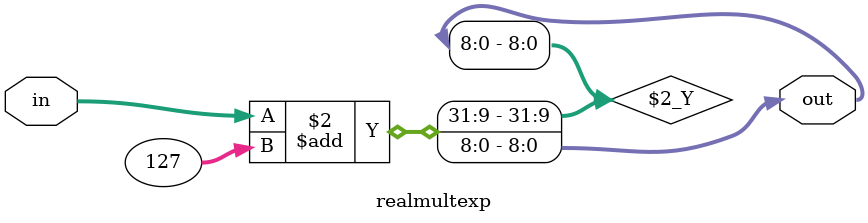
<source format=v>
`timescale 1ns / 1ps


module realmultexp(
input [8:0] in,
output reg [8:0] out
    );
    
always
begin
out = in + 127;
end    
endmodule

</source>
